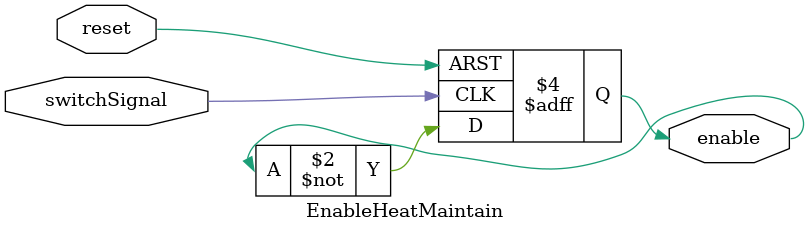
<source format=v>
`timescale 1ns / 1ps


module EnableHeatMaintain(
        input switchSignal,
        input reset,
        output reg enable = 0
    );
      
    always @(posedge switchSignal or posedge reset)
        if(reset)
            enable <= 0;
        else
            enable <= ~enable;
        
endmodule

</source>
